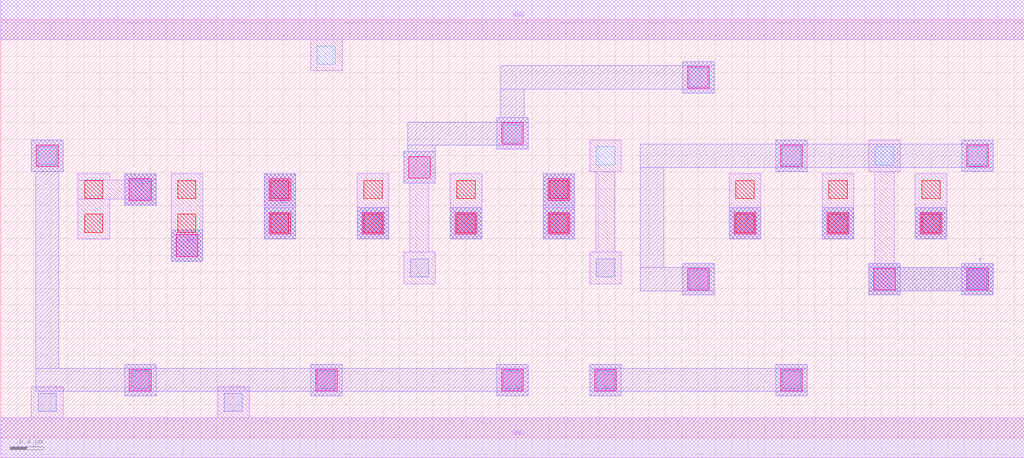
<source format=lef>
MACRO AOAOOAI21123
 CLASS CORE ;
 FOREIGN AOAOOAI21123 0 0 ;
 SIZE 12.32 BY 5.04 ;
 ORIGIN 0 0 ;
 SYMMETRY X Y R90 ;
 SITE unit ;
  PIN VDD
   DIRECTION INOUT ;
   USE POWER ;
   SHAPE ABUTMENT ;
    PORT
     CLASS CORE ;
       LAYER met1 ;
        RECT 0.00000000 4.80000000 12.32000000 5.28000000 ;
    END
  END VDD

  PIN GND
   DIRECTION INOUT ;
   USE POWER ;
   SHAPE ABUTMENT ;
    PORT
     CLASS CORE ;
       LAYER met1 ;
        RECT 0.00000000 -0.24000000 12.32000000 0.24000000 ;
    END
  END GND

  PIN Y
   DIRECTION INOUT ;
   USE SIGNAL ;
   SHAPE ABUTMENT ;
    PORT
     CLASS CORE ;
       LAYER met2 ;
        RECT 10.45000000 1.72200000 10.83000000 1.77200000 ;
        RECT 11.57000000 1.72200000 11.95000000 1.77200000 ;
        RECT 10.45000000 1.77200000 11.95000000 2.05200000 ;
        RECT 10.45000000 2.05200000 10.83000000 2.10200000 ;
        RECT 11.57000000 2.05200000 11.95000000 2.10200000 ;
    END
  END Y

  PIN E2
   DIRECTION INOUT ;
   USE SIGNAL ;
   SHAPE ABUTMENT ;
    PORT
     CLASS CORE ;
       LAYER met2 ;
        RECT 3.17000000 2.39700000 3.55000000 3.18200000 ;
    END
  END E2

  PIN E
   DIRECTION INOUT ;
   USE SIGNAL ;
   SHAPE ABUTMENT ;
    PORT
     CLASS CORE ;
       LAYER met2 ;
        RECT 1.49000000 2.80200000 1.87000000 3.18200000 ;
    END
  END E

  PIN D
   DIRECTION INOUT ;
   USE SIGNAL ;
   SHAPE ABUTMENT ;
    PORT
     CLASS CORE ;
       LAYER met2 ;
        RECT 5.41000000 2.39700000 5.79000000 2.77700000 ;
    END
  END D

  PIN A1
   DIRECTION INOUT ;
   USE SIGNAL ;
   SHAPE ABUTMENT ;
    PORT
     CLASS CORE ;
       LAYER met2 ;
        RECT 9.89000000 2.39700000 10.27000000 2.77700000 ;
    END
  END A1

  PIN C
   DIRECTION INOUT ;
   USE SIGNAL ;
   SHAPE ABUTMENT ;
    PORT
     CLASS CORE ;
       LAYER met2 ;
        RECT 6.53000000 2.39700000 6.91000000 3.18200000 ;
    END
  END C

  PIN B
   DIRECTION INOUT ;
   USE SIGNAL ;
   SHAPE ABUTMENT ;
    PORT
     CLASS CORE ;
       LAYER met2 ;
        RECT 8.77000000 2.39700000 9.15000000 2.77700000 ;
    END
  END B

  PIN D1
   DIRECTION INOUT ;
   USE SIGNAL ;
   SHAPE ABUTMENT ;
    PORT
     CLASS CORE ;
       LAYER met2 ;
        RECT 4.29000000 2.39700000 4.67000000 2.77700000 ;
    END
  END D1

  PIN E1
   DIRECTION INOUT ;
   USE SIGNAL ;
   SHAPE ABUTMENT ;
    PORT
     CLASS CORE ;
       LAYER met2 ;
        RECT 2.05000000 2.12700000 2.43000000 2.50700000 ;
    END
  END E1

  PIN A
   DIRECTION INOUT ;
   USE SIGNAL ;
   SHAPE ABUTMENT ;
    PORT
     CLASS CORE ;
       LAYER met2 ;
        RECT 11.01000000 2.39700000 11.39000000 2.77700000 ;
    END
  END A

 OBS
    LAYER polycont ;
     RECT 1.01000000 2.47700000 1.23000000 2.69700000 ;
     RECT 2.13000000 2.47700000 2.35000000 2.69700000 ;
     RECT 3.25000000 2.47700000 3.47000000 2.69700000 ;
     RECT 4.37000000 2.47700000 4.59000000 2.69700000 ;
     RECT 5.49000000 2.47700000 5.71000000 2.69700000 ;
     RECT 6.61000000 2.47700000 6.83000000 2.69700000 ;
     RECT 8.85000000 2.47700000 9.07000000 2.69700000 ;
     RECT 9.97000000 2.47700000 10.19000000 2.69700000 ;
     RECT 11.09000000 2.47700000 11.31000000 2.69700000 ;
     RECT 1.01000000 2.88200000 1.23000000 3.10200000 ;
     RECT 2.13000000 2.88200000 2.35000000 3.10200000 ;
     RECT 3.25000000 2.88200000 3.47000000 3.10200000 ;
     RECT 4.37000000 2.88200000 4.59000000 3.10200000 ;
     RECT 5.49000000 2.88200000 5.71000000 3.10200000 ;
     RECT 6.61000000 2.88200000 6.83000000 3.10200000 ;
     RECT 8.85000000 2.88200000 9.07000000 3.10200000 ;
     RECT 9.97000000 2.88200000 10.19000000 3.10200000 ;
     RECT 11.09000000 2.88200000 11.31000000 3.10200000 ;

    LAYER pdiffc ;
     RECT 0.45000000 3.28700000 0.67000000 3.50700000 ;
     RECT 7.17000000 3.28700000 7.39000000 3.50700000 ;
     RECT 9.41000000 3.28700000 9.63000000 3.50700000 ;
     RECT 10.53000000 3.28700000 10.75000000 3.50700000 ;
     RECT 11.65000000 3.28700000 11.87000000 3.50700000 ;
     RECT 6.05000000 3.55700000 6.27000000 3.77700000 ;
     RECT 8.29000000 4.23200000 8.51000000 4.45200000 ;
     RECT 3.81000000 4.50200000 4.03000000 4.72200000 ;

    LAYER ndiffc ;
     RECT 0.45000000 0.31700000 0.67000000 0.53700000 ;
     RECT 2.69000000 0.31700000 2.91000000 0.53700000 ;
     RECT 1.57000000 0.58700000 1.79000000 0.80700000 ;
     RECT 3.81000000 0.58700000 4.03000000 0.80700000 ;
     RECT 6.05000000 0.58700000 6.27000000 0.80700000 ;
     RECT 7.17000000 0.58700000 7.39000000 0.80700000 ;
     RECT 9.41000000 0.58700000 9.63000000 0.80700000 ;
     RECT 8.29000000 1.80200000 8.51000000 2.02200000 ;
     RECT 11.65000000 1.80200000 11.87000000 2.02200000 ;
     RECT 4.93000000 1.93700000 5.15000000 2.15700000 ;
     RECT 7.17000000 1.93700000 7.39000000 2.15700000 ;

    LAYER met1 ;
     RECT 0.00000000 -0.24000000 12.32000000 0.24000000 ;
     RECT 0.37000000 0.24000000 0.75000000 0.61700000 ;
     RECT 2.61000000 0.24000000 2.99000000 0.61700000 ;
     RECT 1.49000000 0.50700000 1.87000000 0.88700000 ;
     RECT 3.73000000 0.50700000 4.11000000 0.88700000 ;
     RECT 5.97000000 0.50700000 6.35000000 0.88700000 ;
     RECT 7.09000000 0.50700000 7.47000000 0.88700000 ;
     RECT 9.33000000 0.50700000 9.71000000 0.88700000 ;
     RECT 8.21000000 1.72200000 8.59000000 2.10200000 ;
     RECT 11.57000000 1.72200000 11.95000000 2.10200000 ;
     RECT 3.17000000 2.39700000 3.55000000 2.77700000 ;
     RECT 6.53000000 2.39700000 6.91000000 2.77700000 ;
     RECT 0.93000000 2.39700000 1.31000000 2.87700000 ;
     RECT 1.49000000 2.80200000 1.87000000 2.87700000 ;
     RECT 0.93000000 2.87700000 1.87000000 3.10700000 ;
     RECT 0.93000000 3.10700000 1.31000000 3.18200000 ;
     RECT 1.49000000 3.10700000 1.87000000 3.18200000 ;
     RECT 2.05000000 2.12700000 2.43000000 3.18200000 ;
     RECT 3.17000000 2.80200000 3.55000000 3.18200000 ;
     RECT 4.29000000 2.39700000 4.67000000 3.18200000 ;
     RECT 5.41000000 2.39700000 5.79000000 3.18200000 ;
     RECT 6.53000000 2.80200000 6.91000000 3.18200000 ;
     RECT 8.77000000 2.39700000 9.15000000 3.18200000 ;
     RECT 9.89000000 2.39700000 10.27000000 3.18200000 ;
     RECT 11.01000000 2.39700000 11.39000000 3.18200000 ;
     RECT 4.85000000 1.85700000 5.23000000 2.23700000 ;
     RECT 4.92500000 2.23700000 5.15500000 3.07200000 ;
     RECT 4.85000000 3.07200000 5.23000000 3.45200000 ;
     RECT 0.37000000 3.20700000 0.75000000 3.58700000 ;
     RECT 7.09000000 1.85700000 7.47000000 2.23700000 ;
     RECT 7.16500000 2.23700000 7.39500000 3.20700000 ;
     RECT 7.09000000 3.20700000 7.47000000 3.58700000 ;
     RECT 9.33000000 3.20700000 9.71000000 3.58700000 ;
     RECT 10.45000000 1.72200000 10.83000000 2.10200000 ;
     RECT 10.52500000 2.10200000 10.75500000 3.20700000 ;
     RECT 10.45000000 3.20700000 10.83000000 3.58700000 ;
     RECT 11.57000000 3.20700000 11.95000000 3.58700000 ;
     RECT 5.97000000 3.47700000 6.35000000 3.85700000 ;
     RECT 8.21000000 4.15200000 8.59000000 4.53200000 ;
     RECT 3.73000000 4.42200000 4.11000000 4.80000000 ;
     RECT 0.00000000 4.80000000 12.32000000 5.28000000 ;

    LAYER via1 ;
     RECT 1.55000000 0.56700000 1.81000000 0.82700000 ;
     RECT 3.79000000 0.56700000 4.05000000 0.82700000 ;
     RECT 6.03000000 0.56700000 6.29000000 0.82700000 ;
     RECT 7.15000000 0.56700000 7.41000000 0.82700000 ;
     RECT 9.39000000 0.56700000 9.65000000 0.82700000 ;
     RECT 8.27000000 1.78200000 8.53000000 2.04200000 ;
     RECT 10.51000000 1.78200000 10.77000000 2.04200000 ;
     RECT 11.63000000 1.78200000 11.89000000 2.04200000 ;
     RECT 2.11000000 2.18700000 2.37000000 2.44700000 ;
     RECT 3.23000000 2.45700000 3.49000000 2.71700000 ;
     RECT 4.35000000 2.45700000 4.61000000 2.71700000 ;
     RECT 5.47000000 2.45700000 5.73000000 2.71700000 ;
     RECT 6.59000000 2.45700000 6.85000000 2.71700000 ;
     RECT 8.83000000 2.45700000 9.09000000 2.71700000 ;
     RECT 9.95000000 2.45700000 10.21000000 2.71700000 ;
     RECT 11.07000000 2.45700000 11.33000000 2.71700000 ;
     RECT 1.55000000 2.86200000 1.81000000 3.12200000 ;
     RECT 3.23000000 2.86200000 3.49000000 3.12200000 ;
     RECT 6.59000000 2.86200000 6.85000000 3.12200000 ;
     RECT 4.91000000 3.13200000 5.17000000 3.39200000 ;
     RECT 0.43000000 3.26700000 0.69000000 3.52700000 ;
     RECT 9.39000000 3.26700000 9.65000000 3.52700000 ;
     RECT 11.63000000 3.26700000 11.89000000 3.52700000 ;
     RECT 6.03000000 3.53700000 6.29000000 3.79700000 ;
     RECT 8.27000000 4.21200000 8.53000000 4.47200000 ;

    LAYER met2 ;
     RECT 7.09000000 0.50700000 7.47000000 0.55700000 ;
     RECT 9.33000000 0.50700000 9.71000000 0.55700000 ;
     RECT 7.09000000 0.55700000 9.71000000 0.83700000 ;
     RECT 7.09000000 0.83700000 7.47000000 0.88700000 ;
     RECT 9.33000000 0.83700000 9.71000000 0.88700000 ;
     RECT 10.45000000 1.72200000 10.83000000 1.77200000 ;
     RECT 11.57000000 1.72200000 11.95000000 1.77200000 ;
     RECT 10.45000000 1.77200000 11.95000000 2.05200000 ;
     RECT 10.45000000 2.05200000 10.83000000 2.10200000 ;
     RECT 11.57000000 2.05200000 11.95000000 2.10200000 ;
     RECT 2.05000000 2.12700000 2.43000000 2.50700000 ;
     RECT 4.29000000 2.39700000 4.67000000 2.77700000 ;
     RECT 5.41000000 2.39700000 5.79000000 2.77700000 ;
     RECT 8.77000000 2.39700000 9.15000000 2.77700000 ;
     RECT 9.89000000 2.39700000 10.27000000 2.77700000 ;
     RECT 11.01000000 2.39700000 11.39000000 2.77700000 ;
     RECT 1.49000000 2.80200000 1.87000000 3.18200000 ;
     RECT 3.17000000 2.39700000 3.55000000 3.18200000 ;
     RECT 6.53000000 2.39700000 6.91000000 3.18200000 ;
     RECT 1.49000000 0.50700000 1.87000000 0.55700000 ;
     RECT 3.73000000 0.50700000 4.11000000 0.55700000 ;
     RECT 5.97000000 0.50700000 6.35000000 0.55700000 ;
     RECT 0.42000000 0.55700000 6.35000000 0.83700000 ;
     RECT 1.49000000 0.83700000 1.87000000 0.88700000 ;
     RECT 3.73000000 0.83700000 4.11000000 0.88700000 ;
     RECT 5.97000000 0.83700000 6.35000000 0.88700000 ;
     RECT 0.42000000 0.83700000 0.70000000 3.20700000 ;
     RECT 0.37000000 3.20700000 0.75000000 3.58700000 ;
     RECT 8.21000000 1.72200000 8.59000000 1.77200000 ;
     RECT 7.70000000 1.77200000 8.59000000 2.05200000 ;
     RECT 8.21000000 2.05200000 8.59000000 2.10200000 ;
     RECT 7.70000000 2.05200000 7.98000000 3.25700000 ;
     RECT 9.33000000 3.20700000 9.71000000 3.25700000 ;
     RECT 11.57000000 3.20700000 11.95000000 3.25700000 ;
     RECT 7.70000000 3.25700000 11.95000000 3.53700000 ;
     RECT 9.33000000 3.53700000 9.71000000 3.58700000 ;
     RECT 11.57000000 3.53700000 11.95000000 3.58700000 ;
     RECT 4.85000000 3.07200000 5.23000000 3.45200000 ;
     RECT 4.90000000 3.45200000 5.23000000 3.52700000 ;
     RECT 5.97000000 3.47700000 6.35000000 3.52700000 ;
     RECT 4.90000000 3.52700000 6.35000000 3.80700000 ;
     RECT 5.97000000 3.80700000 6.35000000 3.85700000 ;
     RECT 6.02000000 3.85700000 6.30000000 4.20200000 ;
     RECT 8.21000000 4.15200000 8.59000000 4.20200000 ;
     RECT 6.02000000 4.20200000 8.59000000 4.48200000 ;
     RECT 8.21000000 4.48200000 8.59000000 4.53200000 ;

 END
END AOAOOAI21123

</source>
